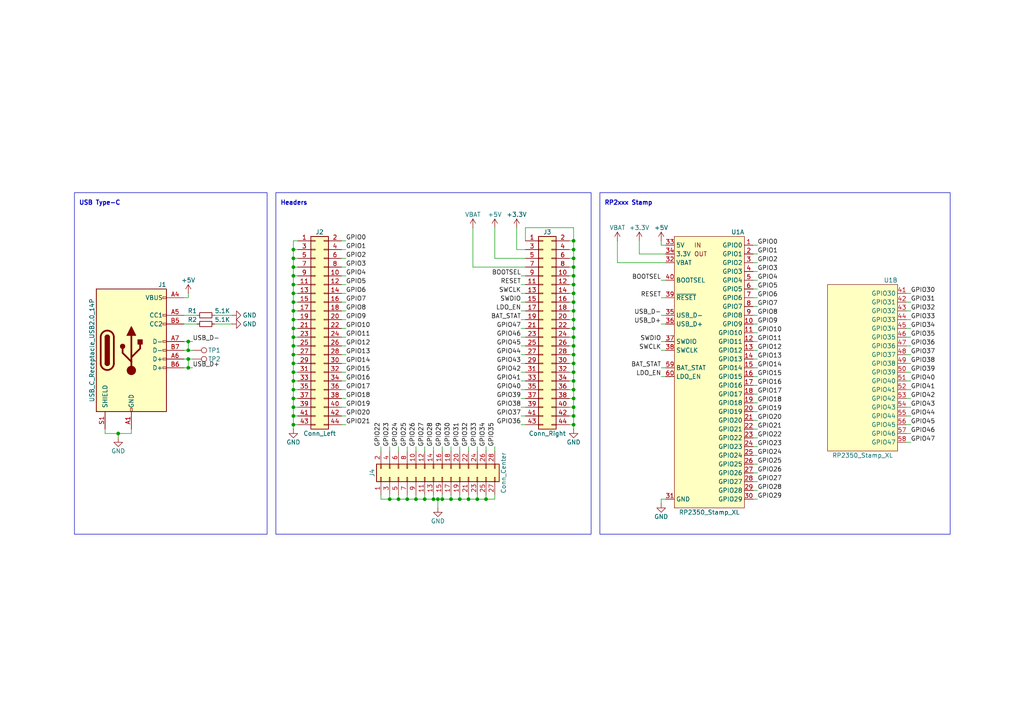
<source format=kicad_sch>
(kicad_sch (version 20231120) (generator "eeschema") (generator_version "8.0")
  (paper "A4")
  (title_block (rev "1"))
  (lib_symbols
    (symbol "Connector:TestPoint" (pin_numbers hide) (pin_names (offset 0.762) hide)
      (property "Reference" "TP" (at 0 6.858 0))
      (property "Value" "TestPoint" (at 0 5.08 0))
      (symbol "TestPoint_0_1"
        (circle (center 0 3.302) (radius 0.762))
      )
      (symbol "TestPoint_1_1"
        (pin passive line (at 0 0 90) (length 2.54) (name "1") (number "1"))
      )
    )
    (symbol "Connector:USB_C_Receptacle_USB2.0_14P" (pin_names (offset 1.016))
      (property "Reference" "J" (at 0 22.225 0))
      (property "Value" "USB_C_Receptacle_USB2.0_14P" (at 0 19.685 0))
      (symbol "USB_C_Receptacle_USB2.0_14P_0_0"
        (rectangle (start -0.254 -17.78) (end 0.254 -16.764))
        (rectangle (start 10.16 -4.826) (end 9.144 -5.334))
        (rectangle (start 10.16 -2.286) (end 9.144 -2.794))
        (rectangle (start 10.16 0.254) (end 9.144 -0.254))
        (rectangle (start 10.16 2.794) (end 9.144 2.286))
        (rectangle (start 10.16 7.874) (end 9.144 7.366))
        (rectangle (start 10.16 10.414) (end 9.144 9.906))
        (rectangle (start 10.16 15.494) (end 9.144 14.986))
      )
      (symbol "USB_C_Receptacle_USB2.0_14P_0_1"
        (rectangle (start -10.16 17.78) (end 10.16 -17.78) (stroke (width 0.254)) (fill (type background)))
        (arc (start -8.89 -3.81) (mid -6.985 -5.7067) (end -5.08 -3.81) (stroke (width 0.508)))
        (arc (start -7.62 -3.81) (mid -6.985 -4.4423) (end -6.35 -3.81) (stroke (width 0.254)))
        (arc (start -7.62 -3.81) (mid -6.985 -4.4423) (end -6.35 -3.81) (stroke (width 0.254)) (fill (type outline)))
        (rectangle (start -7.62 -3.81) (end -6.35 3.81) (stroke (width 0.254)) (fill (type outline)))
        (arc (start -6.35 3.81) (mid -6.985 4.4423) (end -7.62 3.81) (stroke (width 0.254)))
        (arc (start -6.35 3.81) (mid -6.985 4.4423) (end -7.62 3.81) (stroke (width 0.254)) (fill (type outline)))
        (arc (start -5.08 3.81) (mid -6.985 5.7067) (end -8.89 3.81) (stroke (width 0.508)))
        (circle (center -2.54 1.143) (radius 0.635) (stroke (width 0.254)) (fill (type outline)))
        (circle (center 0 -5.842) (radius 1.27) (fill (type outline)))
        (polyline (pts (xy -8.89 -3.81) (xy -8.89 3.81)) (stroke (width 0.508)))
        (polyline (pts (xy -5.08 3.81) (xy -5.08 -3.81)) (stroke (width 0.508)))
        (polyline (pts (xy 0 -5.842) (xy 0 4.318)) (stroke (width 0.508)))
        (polyline (pts (xy 0 -3.302) (xy -2.54 -0.762) (xy -2.54 0.508)) (stroke (width 0.508)))
        (polyline (pts (xy 0 -2.032) (xy 2.54 0.508) (xy 2.54 1.778)) (stroke (width 0.508)))
        (polyline (pts (xy -1.27 4.318) (xy 0 6.858) (xy 1.27 4.318) (xy -1.27 4.318)) (stroke (width 0.254)) (fill (type outline)))
        (rectangle (start 1.905 1.778) (end 3.175 3.048) (stroke (width 0.254)) (fill (type outline)))
      )
      (symbol "USB_C_Receptacle_USB2.0_14P_1_1"
        (pin passive line (at 0 -22.86 90) (length 5.08) (name "GND") (number "A1"))
        (pin passive line (at 0 -22.86 90) (length 5.08) hide (name "GND") (number "A12"))
        (pin passive line (at 15.24 15.24 180) (length 5.08) (name "VBUS") (number "A4"))
        (pin bidirectional line (at 15.24 10.16 180) (length 5.08) (name "CC1") (number "A5"))
        (pin bidirectional line (at 15.24 -2.54 180) (length 5.08) (name "D+") (number "A6"))
        (pin bidirectional line (at 15.24 2.54 180) (length 5.08) (name "D-") (number "A7"))
        (pin passive line (at 15.24 15.24 180) (length 5.08) hide (name "VBUS") (number "A9"))
        (pin passive line (at 0 -22.86 90) (length 5.08) hide (name "GND") (number "B1"))
        (pin passive line (at 0 -22.86 90) (length 5.08) hide (name "GND") (number "B12"))
        (pin passive line (at 15.24 15.24 180) (length 5.08) hide (name "VBUS") (number "B4"))
        (pin bidirectional line (at 15.24 7.62 180) (length 5.08) (name "CC2") (number "B5"))
        (pin bidirectional line (at 15.24 -5.08 180) (length 5.08) (name "D+") (number "B6"))
        (pin bidirectional line (at 15.24 0 180) (length 5.08) (name "D-") (number "B7"))
        (pin passive line (at 15.24 15.24 180) (length 5.08) hide (name "VBUS") (number "B9"))
        (pin passive line (at -7.62 -22.86 90) (length 5.08) (name "SHIELD") (number "S1"))
      )
    )
    (symbol "Connector_Generic:Conn_02x14_Odd_Even" (pin_names (offset 1.016) hide)
      (property "Reference" "J" (at 1.27 17.78 0))
      (property "Value" "Conn_02x14_Odd_Even" (at 1.27 -20.32 0))
      (symbol "Conn_02x14_Odd_Even_1_1"
        (rectangle (start -1.27 -17.653) (end 0 -17.907) (stroke (width 0.1524)))
        (rectangle (start -1.27 -15.113) (end 0 -15.367) (stroke (width 0.1524)))
        (rectangle (start -1.27 -12.573) (end 0 -12.827) (stroke (width 0.1524)))
        (rectangle (start -1.27 -10.033) (end 0 -10.287) (stroke (width 0.1524)))
        (rectangle (start -1.27 -7.493) (end 0 -7.747) (stroke (width 0.1524)))
        (rectangle (start -1.27 -4.953) (end 0 -5.207) (stroke (width 0.1524)))
        (rectangle (start -1.27 -2.413) (end 0 -2.667) (stroke (width 0.1524)))
        (rectangle (start -1.27 0.127) (end 0 -0.127) (stroke (width 0.1524)))
        (rectangle (start -1.27 2.667) (end 0 2.413) (stroke (width 0.1524)))
        (rectangle (start -1.27 5.207) (end 0 4.953) (stroke (width 0.1524)))
        (rectangle (start -1.27 7.747) (end 0 7.493) (stroke (width 0.1524)))
        (rectangle (start -1.27 10.287) (end 0 10.033) (stroke (width 0.1524)))
        (rectangle (start -1.27 12.827) (end 0 12.573) (stroke (width 0.1524)))
        (rectangle (start -1.27 15.367) (end 0 15.113) (stroke (width 0.1524)))
        (rectangle (start -1.27 16.51) (end 3.81 -19.05) (stroke (width 0.254)) (fill (type background)))
        (rectangle (start 3.81 -17.653) (end 2.54 -17.907) (stroke (width 0.1524)))
        (rectangle (start 3.81 -15.113) (end 2.54 -15.367) (stroke (width 0.1524)))
        (rectangle (start 3.81 -12.573) (end 2.54 -12.827) (stroke (width 0.1524)))
        (rectangle (start 3.81 -10.033) (end 2.54 -10.287) (stroke (width 0.1524)))
        (rectangle (start 3.81 -7.493) (end 2.54 -7.747) (stroke (width 0.1524)))
        (rectangle (start 3.81 -4.953) (end 2.54 -5.207) (stroke (width 0.1524)))
        (rectangle (start 3.81 -2.413) (end 2.54 -2.667) (stroke (width 0.1524)))
        (rectangle (start 3.81 0.127) (end 2.54 -0.127) (stroke (width 0.1524)))
        (rectangle (start 3.81 2.667) (end 2.54 2.413) (stroke (width 0.1524)))
        (rectangle (start 3.81 5.207) (end 2.54 4.953) (stroke (width 0.1524)))
        (rectangle (start 3.81 7.747) (end 2.54 7.493) (stroke (width 0.1524)))
        (rectangle (start 3.81 10.287) (end 2.54 10.033) (stroke (width 0.1524)))
        (rectangle (start 3.81 12.827) (end 2.54 12.573) (stroke (width 0.1524)))
        (rectangle (start 3.81 15.367) (end 2.54 15.113) (stroke (width 0.1524)))
        (pin passive line (at -5.08 15.24 0) (length 3.81) (name "Pin_1") (number "1"))
        (pin passive line (at 7.62 5.08 180) (length 3.81) (name "Pin_10") (number "10"))
        (pin passive line (at -5.08 2.54 0) (length 3.81) (name "Pin_11") (number "11"))
        (pin passive line (at 7.62 2.54 180) (length 3.81) (name "Pin_12") (number "12"))
        (pin passive line (at -5.08 0 0) (length 3.81) (name "Pin_13") (number "13"))
        (pin passive line (at 7.62 0 180) (length 3.81) (name "Pin_14") (number "14"))
        (pin passive line (at -5.08 -2.54 0) (length 3.81) (name "Pin_15") (number "15"))
        (pin passive line (at 7.62 -2.54 180) (length 3.81) (name "Pin_16") (number "16"))
        (pin passive line (at -5.08 -5.08 0) (length 3.81) (name "Pin_17") (number "17"))
        (pin passive line (at 7.62 -5.08 180) (length 3.81) (name "Pin_18") (number "18"))
        (pin passive line (at -5.08 -7.62 0) (length 3.81) (name "Pin_19") (number "19"))
        (pin passive line (at 7.62 15.24 180) (length 3.81) (name "Pin_2") (number "2"))
        (pin passive line (at 7.62 -7.62 180) (length 3.81) (name "Pin_20") (number "20"))
        (pin passive line (at -5.08 -10.16 0) (length 3.81) (name "Pin_21") (number "21"))
        (pin passive line (at 7.62 -10.16 180) (length 3.81) (name "Pin_22") (number "22"))
        (pin passive line (at -5.08 -12.7 0) (length 3.81) (name "Pin_23") (number "23"))
        (pin passive line (at 7.62 -12.7 180) (length 3.81) (name "Pin_24") (number "24"))
        (pin passive line (at -5.08 -15.24 0) (length 3.81) (name "Pin_25") (number "25"))
        (pin passive line (at 7.62 -15.24 180) (length 3.81) (name "Pin_26") (number "26"))
        (pin passive line (at -5.08 -17.78 0) (length 3.81) (name "Pin_27") (number "27"))
        (pin passive line (at 7.62 -17.78 180) (length 3.81) (name "Pin_28") (number "28"))
        (pin passive line (at -5.08 12.7 0) (length 3.81) (name "Pin_3") (number "3"))
        (pin passive line (at 7.62 12.7 180) (length 3.81) (name "Pin_4") (number "4"))
        (pin passive line (at -5.08 10.16 0) (length 3.81) (name "Pin_5") (number "5"))
        (pin passive line (at 7.62 10.16 180) (length 3.81) (name "Pin_6") (number "6"))
        (pin passive line (at -5.08 7.62 0) (length 3.81) (name "Pin_7") (number "7"))
        (pin passive line (at 7.62 7.62 180) (length 3.81) (name "Pin_8") (number "8"))
        (pin passive line (at -5.08 5.08 0) (length 3.81) (name "Pin_9") (number "9"))
      )
    )
    (symbol "Connector_Generic:Conn_02x22_Odd_Even" (pin_names (offset 1.016) hide)
      (property "Reference" "J" (at 1.27 27.94 0))
      (property "Value" "Conn_02x22_Odd_Even" (at 1.27 -30.48 0))
      (symbol "Conn_02x22_Odd_Even_1_1"
        (rectangle (start -1.27 -27.813) (end 0 -28.067) (stroke (width 0.1524)))
        (rectangle (start -1.27 -25.273) (end 0 -25.527) (stroke (width 0.1524)))
        (rectangle (start -1.27 -22.733) (end 0 -22.987) (stroke (width 0.1524)))
        (rectangle (start -1.27 -20.193) (end 0 -20.447) (stroke (width 0.1524)))
        (rectangle (start -1.27 -17.653) (end 0 -17.907) (stroke (width 0.1524)))
        (rectangle (start -1.27 -15.113) (end 0 -15.367) (stroke (width 0.1524)))
        (rectangle (start -1.27 -12.573) (end 0 -12.827) (stroke (width 0.1524)))
        (rectangle (start -1.27 -10.033) (end 0 -10.287) (stroke (width 0.1524)))
        (rectangle (start -1.27 -7.493) (end 0 -7.747) (stroke (width 0.1524)))
        (rectangle (start -1.27 -4.953) (end 0 -5.207) (stroke (width 0.1524)))
        (rectangle (start -1.27 -2.413) (end 0 -2.667) (stroke (width 0.1524)))
        (rectangle (start -1.27 0.127) (end 0 -0.127) (stroke (width 0.1524)))
        (rectangle (start -1.27 2.667) (end 0 2.413) (stroke (width 0.1524)))
        (rectangle (start -1.27 5.207) (end 0 4.953) (stroke (width 0.1524)))
        (rectangle (start -1.27 7.747) (end 0 7.493) (stroke (width 0.1524)))
        (rectangle (start -1.27 10.287) (end 0 10.033) (stroke (width 0.1524)))
        (rectangle (start -1.27 12.827) (end 0 12.573) (stroke (width 0.1524)))
        (rectangle (start -1.27 15.367) (end 0 15.113) (stroke (width 0.1524)))
        (rectangle (start -1.27 17.907) (end 0 17.653) (stroke (width 0.1524)))
        (rectangle (start -1.27 20.447) (end 0 20.193) (stroke (width 0.1524)))
        (rectangle (start -1.27 22.987) (end 0 22.733) (stroke (width 0.1524)))
        (rectangle (start -1.27 25.527) (end 0 25.273) (stroke (width 0.1524)))
        (rectangle (start -1.27 26.67) (end 3.81 -29.21) (stroke (width 0.254)) (fill (type background)))
        (rectangle (start 3.81 -27.813) (end 2.54 -28.067) (stroke (width 0.1524)))
        (rectangle (start 3.81 -25.273) (end 2.54 -25.527) (stroke (width 0.1524)))
        (rectangle (start 3.81 -22.733) (end 2.54 -22.987) (stroke (width 0.1524)))
        (rectangle (start 3.81 -20.193) (end 2.54 -20.447) (stroke (width 0.1524)))
        (rectangle (start 3.81 -17.653) (end 2.54 -17.907) (stroke (width 0.1524)))
        (rectangle (start 3.81 -15.113) (end 2.54 -15.367) (stroke (width 0.1524)))
        (rectangle (start 3.81 -12.573) (end 2.54 -12.827) (stroke (width 0.1524)))
        (rectangle (start 3.81 -10.033) (end 2.54 -10.287) (stroke (width 0.1524)))
        (rectangle (start 3.81 -7.493) (end 2.54 -7.747) (stroke (width 0.1524)))
        (rectangle (start 3.81 -4.953) (end 2.54 -5.207) (stroke (width 0.1524)))
        (rectangle (start 3.81 -2.413) (end 2.54 -2.667) (stroke (width 0.1524)))
        (rectangle (start 3.81 0.127) (end 2.54 -0.127) (stroke (width 0.1524)))
        (rectangle (start 3.81 2.667) (end 2.54 2.413) (stroke (width 0.1524)))
        (rectangle (start 3.81 5.207) (end 2.54 4.953) (stroke (width 0.1524)))
        (rectangle (start 3.81 7.747) (end 2.54 7.493) (stroke (width 0.1524)))
        (rectangle (start 3.81 10.287) (end 2.54 10.033) (stroke (width 0.1524)))
        (rectangle (start 3.81 12.827) (end 2.54 12.573) (stroke (width 0.1524)))
        (rectangle (start 3.81 15.367) (end 2.54 15.113) (stroke (width 0.1524)))
        (rectangle (start 3.81 17.907) (end 2.54 17.653) (stroke (width 0.1524)))
        (rectangle (start 3.81 20.447) (end 2.54 20.193) (stroke (width 0.1524)))
        (rectangle (start 3.81 22.987) (end 2.54 22.733) (stroke (width 0.1524)))
        (rectangle (start 3.81 25.527) (end 2.54 25.273) (stroke (width 0.1524)))
        (pin passive line (at -5.08 25.4 0) (length 3.81) (name "Pin_1") (number "1"))
        (pin passive line (at 7.62 15.24 180) (length 3.81) (name "Pin_10") (number "10"))
        (pin passive line (at -5.08 12.7 0) (length 3.81) (name "Pin_11") (number "11"))
        (pin passive line (at 7.62 12.7 180) (length 3.81) (name "Pin_12") (number "12"))
        (pin passive line (at -5.08 10.16 0) (length 3.81) (name "Pin_13") (number "13"))
        (pin passive line (at 7.62 10.16 180) (length 3.81) (name "Pin_14") (number "14"))
        (pin passive line (at -5.08 7.62 0) (length 3.81) (name "Pin_15") (number "15"))
        (pin passive line (at 7.62 7.62 180) (length 3.81) (name "Pin_16") (number "16"))
        (pin passive line (at -5.08 5.08 0) (length 3.81) (name "Pin_17") (number "17"))
        (pin passive line (at 7.62 5.08 180) (length 3.81) (name "Pin_18") (number "18"))
        (pin passive line (at -5.08 2.54 0) (length 3.81) (name "Pin_19") (number "19"))
        (pin passive line (at 7.62 25.4 180) (length 3.81) (name "Pin_2") (number "2"))
        (pin passive line (at 7.62 2.54 180) (length 3.81) (name "Pin_20") (number "20"))
        (pin passive line (at -5.08 0 0) (length 3.81) (name "Pin_21") (number "21"))
        (pin passive line (at 7.62 0 180) (length 3.81) (name "Pin_22") (number "22"))
        (pin passive line (at -5.08 -2.54 0) (length 3.81) (name "Pin_23") (number "23"))
        (pin passive line (at 7.62 -2.54 180) (length 3.81) (name "Pin_24") (number "24"))
        (pin passive line (at -5.08 -5.08 0) (length 3.81) (name "Pin_25") (number "25"))
        (pin passive line (at 7.62 -5.08 180) (length 3.81) (name "Pin_26") (number "26"))
        (pin passive line (at -5.08 -7.62 0) (length 3.81) (name "Pin_27") (number "27"))
        (pin passive line (at 7.62 -7.62 180) (length 3.81) (name "Pin_28") (number "28"))
        (pin passive line (at -5.08 -10.16 0) (length 3.81) (name "Pin_29") (number "29"))
        (pin passive line (at -5.08 22.86 0) (length 3.81) (name "Pin_3") (number "3"))
        (pin passive line (at 7.62 -10.16 180) (length 3.81) (name "Pin_30") (number "30"))
        (pin passive line (at -5.08 -12.7 0) (length 3.81) (name "Pin_31") (number "31"))
        (pin passive line (at 7.62 -12.7 180) (length 3.81) (name "Pin_32") (number "32"))
        (pin passive line (at -5.08 -15.24 0) (length 3.81) (name "Pin_33") (number "33"))
        (pin passive line (at 7.62 -15.24 180) (length 3.81) (name "Pin_34") (number "34"))
        (pin passive line (at -5.08 -17.78 0) (length 3.81) (name "Pin_35") (number "35"))
        (pin passive line (at 7.62 -17.78 180) (length 3.81) (name "Pin_36") (number "36"))
        (pin passive line (at -5.08 -20.32 0) (length 3.81) (name "Pin_37") (number "37"))
        (pin passive line (at 7.62 -20.32 180) (length 3.81) (name "Pin_38") (number "38"))
        (pin passive line (at -5.08 -22.86 0) (length 3.81) (name "Pin_39") (number "39"))
        (pin passive line (at 7.62 22.86 180) (length 3.81) (name "Pin_4") (number "4"))
        (pin passive line (at 7.62 -22.86 180) (length 3.81) (name "Pin_40") (number "40"))
        (pin passive line (at -5.08 -25.4 0) (length 3.81) (name "Pin_41") (number "41"))
        (pin passive line (at 7.62 -25.4 180) (length 3.81) (name "Pin_42") (number "42"))
        (pin passive line (at -5.08 -27.94 0) (length 3.81) (name "Pin_43") (number "43"))
        (pin passive line (at 7.62 -27.94 180) (length 3.81) (name "Pin_44") (number "44"))
        (pin passive line (at -5.08 20.32 0) (length 3.81) (name "Pin_5") (number "5"))
        (pin passive line (at 7.62 20.32 180) (length 3.81) (name "Pin_6") (number "6"))
        (pin passive line (at -5.08 17.78 0) (length 3.81) (name "Pin_7") (number "7"))
        (pin passive line (at 7.62 17.78 180) (length 3.81) (name "Pin_8") (number "8"))
        (pin passive line (at -5.08 15.24 0) (length 3.81) (name "Pin_9") (number "9"))
      )
    )
    (symbol "Device:R_Small" (pin_numbers hide) (pin_names (offset 0.254) hide)
      (property "Reference" "R" (at 0.762 0.508 0))
      (property "Value" "R_Small" (at 0.762 -1.016 0))
      (symbol "R_Small_0_1"
        (rectangle (start -0.762 1.778) (end 0.762 -1.778) (stroke (width 0.2032)))
      )
      (symbol "R_Small_1_1"
        (pin passive line (at 0 2.54 270) (length 0.762) (name "~") (number "1"))
        (pin passive line (at 0 -2.54 90) (length 0.762) (name "~") (number "2"))
      )
    )
    (symbol "RP2xxx_Stamp:RP2350_Stamp_XL"
      (property "Reference" "U" (at 10.16 43.18 0))
      (property "Value" "RP2350_Stamp_XL" (at 0 -38.1 0))
      (symbol "RP2350_Stamp_XL_1_0"
        (text "IN" (at -4.445 39.37 0) (effects (font (size 1.27 1.27)) (justify left)))
        (text "OUT" (at -4.445 36.83 0) (effects (font (size 1.27 1.27)) (justify left)))
        (pin bidirectional line (at 12.7 39.37 180) (length 2.54) (name "GPIO0") (number "1"))
        (pin bidirectional line (at 12.7 16.51 180) (length 2.54) (name "GPIO9") (number "10"))
        (pin bidirectional line (at 12.7 13.97 180) (length 2.54) (name "GPIO10") (number "11"))
        (pin bidirectional line (at 12.7 11.43 180) (length 2.54) (name "GPIO11") (number "12"))
        (pin bidirectional line (at 12.7 8.89 180) (length 2.54) (name "GPIO12") (number "13"))
        (pin bidirectional line (at 12.7 6.35 180) (length 2.54) (name "GPIO13") (number "14"))
        (pin bidirectional line (at 12.7 3.81 180) (length 2.54) (name "GPIO14") (number "15"))
        (pin bidirectional line (at 12.7 1.27 180) (length 2.54) (name "GPIO15") (number "16"))
        (pin bidirectional line (at 12.7 -1.27 180) (length 2.54) (name "GPIO16") (number "17"))
        (pin bidirectional line (at 12.7 -3.81 180) (length 2.54) (name "GPIO17") (number "18"))
        (pin bidirectional line (at 12.7 -6.35 180) (length 2.54) (name "GPIO18") (number "19"))
        (pin bidirectional line (at 12.7 36.83 180) (length 2.54) (name "GPIO1") (number "2"))
        (pin bidirectional line (at 12.7 -8.89 180) (length 2.54) (name "GPIO19") (number "20"))
        (pin bidirectional line (at 12.7 -11.43 180) (length 2.54) (name "GPIO20") (number "21"))
        (pin bidirectional line (at 12.7 -13.97 180) (length 2.54) (name "GPIO21") (number "22"))
        (pin bidirectional line (at 12.7 -16.51 180) (length 2.54) (name "GPIO22") (number "23"))
        (pin bidirectional line (at 12.7 -19.05 180) (length 2.54) (name "GPIO23") (number "24"))
        (pin bidirectional line (at 12.7 -21.59 180) (length 2.54) (name "GPIO24") (number "25"))
        (pin bidirectional line (at 12.7 -24.13 180) (length 2.54) (name "GPIO25") (number "26"))
        (pin bidirectional line (at 12.7 -26.67 180) (length 2.54) (name "GPIO26") (number "27"))
        (pin bidirectional line (at 12.7 -29.21 180) (length 2.54) (name "GPIO27") (number "28"))
        (pin bidirectional line (at 12.7 -31.75 180) (length 2.54) (name "GPIO28") (number "29"))
        (pin bidirectional line (at 12.7 34.29 180) (length 2.54) (name "GPIO2") (number "3"))
        (pin bidirectional line (at 12.7 -34.29 180) (length 2.54) (name "GPIO29") (number "30"))
        (pin power_in line (at -12.7 -34.29 0) (length 2.54) (name "GND") (number "31"))
        (pin power_in line (at -12.7 34.29 0) (length 2.54) (name "VBAT") (number "32"))
        (pin power_in line (at -12.7 39.37 0) (length 2.54) (name "5V") (number "33"))
        (pin power_out line (at -12.7 36.83 0) (length 2.54) (name "3.3V") (number "34"))
        (pin bidirectional line (at -12.7 19.05 0) (length 2.54) (name "USB_D-") (number "35"))
        (pin bidirectional line (at -12.7 16.51 0) (length 2.54) (name "USB_D+") (number "36"))
        (pin bidirectional line (at -12.7 11.43 0) (length 2.54) (name "SWDIO") (number "37"))
        (pin input line (at -12.7 8.89 0) (length 2.54) (name "SWCLK") (number "38"))
        (pin bidirectional line (at -12.7 24.13 0) (length 2.54) (name "~{RESET}") (number "39"))
        (pin bidirectional line (at 12.7 31.75 180) (length 2.54) (name "GPIO3") (number "4"))
        (pin input line (at -12.7 29.21 0) (length 2.54) (name "BOOTSEL") (number "40"))
        (pin bidirectional line (at 12.7 29.21 180) (length 2.54) (name "GPIO4") (number "5"))
        (pin output line (at -12.7 3.81 0) (length 2.54) (name "BAT_STAT") (number "59"))
        (pin bidirectional line (at 12.7 26.67 180) (length 2.54) (name "GPIO5") (number "6"))
        (pin input line (at -12.7 1.27 0) (length 2.54) (name "LDO_EN") (number "60"))
        (pin bidirectional line (at 12.7 24.13 180) (length 2.54) (name "GPIO6") (number "7"))
        (pin bidirectional line (at 12.7 21.59 180) (length 2.54) (name "GPIO7") (number "8"))
        (pin bidirectional line (at 12.7 19.05 180) (length 2.54) (name "GPIO8") (number "9"))
      )
      (symbol "RP2350_Stamp_XL_1_1"
        (rectangle (start -10.16 41.91) (end 10.16 -36.83) (stroke (width 0.1524)) (fill (type background)))
      )
      (symbol "RP2350_Stamp_XL_2_0"
        (pin bidirectional line (at 12.7 24.13 180) (length 2.54) (name "GPIO30") (number "41"))
        (pin bidirectional line (at 12.7 21.59 180) (length 2.54) (name "GPIO31") (number "42"))
        (pin bidirectional line (at 12.7 19.05 180) (length 2.54) (name "GPIO32") (number "43"))
        (pin bidirectional line (at 12.7 16.51 180) (length 2.54) (name "GPIO33") (number "44"))
        (pin bidirectional line (at 12.7 13.97 180) (length 2.54) (name "GPIO34") (number "45"))
        (pin bidirectional line (at 12.7 11.43 180) (length 2.54) (name "GPIO35") (number "46"))
        (pin bidirectional line (at 12.7 8.89 180) (length 2.54) (name "GPIO36") (number "47"))
        (pin bidirectional line (at 12.7 6.35 180) (length 2.54) (name "GPIO37") (number "48"))
        (pin bidirectional line (at 12.7 3.81 180) (length 2.54) (name "GPIO38") (number "49"))
        (pin bidirectional line (at 12.7 1.27 180) (length 2.54) (name "GPIO39") (number "50"))
        (pin bidirectional line (at 12.7 -1.27 180) (length 2.54) (name "GPIO40") (number "51"))
        (pin bidirectional line (at 12.7 -3.81 180) (length 2.54) (name "GPIO41") (number "52"))
        (pin bidirectional line (at 12.7 -6.35 180) (length 2.54) (name "GPIO42") (number "53"))
        (pin bidirectional line (at 12.7 -8.89 180) (length 2.54) (name "GPIO43") (number "54"))
        (pin bidirectional line (at 12.7 -11.43 180) (length 2.54) (name "GPIO44") (number "55"))
        (pin bidirectional line (at 12.7 -13.97 180) (length 2.54) (name "GPIO45") (number "56"))
        (pin bidirectional line (at 12.7 -16.51 180) (length 2.54) (name "GPIO46") (number "57"))
        (pin bidirectional line (at 12.7 -19.05 180) (length 2.54) (name "GPIO47") (number "58"))
      )
      (symbol "RP2350_Stamp_XL_2_1"
        (rectangle (start -10.16 26.67) (end 10.16 -21.59) (stroke (width 0.1524)) (fill (type background)))
      )
    )
    (symbol "power:+3.3V" (power) (pin_numbers hide) (pin_names (offset 0) hide)
      (property "Value" "+3.3V" (at 0 3.556 0))
      (symbol "+3.3V_0_1"
        (polyline (pts (xy -0.762 1.27) (xy 0 2.54)))
        (polyline (pts (xy 0 0) (xy 0 2.54)))
        (polyline (pts (xy 0 2.54) (xy 0.762 1.27)))
      )
      (symbol "+3.3V_1_1"
        (pin power_in line (at 0 0 90) (length 0) (name "~") (number "1"))
      )
    )
    (symbol "power:+5V" (power) (pin_numbers hide) (pin_names (offset 0) hide)
      (property "Value" "+5V" (at 0 3.556 0))
      (symbol "+5V_0_1"
        (polyline (pts (xy -0.762 1.27) (xy 0 2.54)))
        (polyline (pts (xy 0 0) (xy 0 2.54)))
        (polyline (pts (xy 0 2.54) (xy 0.762 1.27)))
      )
      (symbol "+5V_1_1"
        (pin power_in line (at 0 0 90) (length 0) (name "~") (number "1"))
      )
    )
    (symbol "power:+BATT" (power) (pin_numbers hide) (pin_names (offset 0) hide)
      (property "Value" "+BATT" (at 0 3.556 0))
      (symbol "+BATT_0_1"
        (polyline (pts (xy -0.762 1.27) (xy 0 2.54)))
        (polyline (pts (xy 0 0) (xy 0 2.54)))
        (polyline (pts (xy 0 2.54) (xy 0.762 1.27)))
      )
      (symbol "+BATT_1_1"
        (pin power_in line (at 0 0 90) (length 0) (name "~") (number "1"))
      )
    )
    (symbol "power:GND" (power) (pin_numbers hide) (pin_names (offset 0) hide)
      (property "Value" "GND" (at 0 -3.81 0))
      (symbol "GND_0_1"
        (polyline (pts (xy 0 0) (xy 0 -1.27) (xy 1.27 -1.27) (xy 0 -2.54) (xy -1.27 -1.27) (xy 0 -1.27)))
      )
      (symbol "GND_1_1"
        (pin power_in line (at 0 0 270) (length 0) (name "~") (number "1"))
      )
    )
  )
  (junction (at 138.43 144.78))
  (junction (at 85.09 72.39))
  (junction (at 166.37 72.39))
  (junction (at 85.09 90.17))
  (junction (at 85.09 80.01))
  (junction (at 85.09 102.87))
  (junction (at 54.61 104.14))
  (junction (at 166.37 120.65))
  (junction (at 125.73 144.78))
  (junction (at 85.09 97.79))
  (junction (at 166.37 74.93))
  (junction (at 166.37 82.55))
  (junction (at 166.37 105.41))
  (junction (at 166.37 95.25))
  (junction (at 135.89 144.78))
  (junction (at 130.81 144.78))
  (junction (at 54.61 99.06))
  (junction (at 85.09 113.03))
  (junction (at 120.65 144.78))
  (junction (at 34.29 125.73))
  (junction (at 166.37 102.87))
  (junction (at 85.09 105.41))
  (junction (at 166.37 90.17))
  (junction (at 166.37 123.19))
  (junction (at 118.11 144.78))
  (junction (at 113.03 144.78))
  (junction (at 166.37 100.33))
  (junction (at 123.19 144.78))
  (junction (at 140.97 144.78))
  (junction (at 85.09 74.93))
  (junction (at 85.09 120.65))
  (junction (at 166.37 80.01))
  (junction (at 166.37 113.03))
  (junction (at 85.09 110.49))
  (junction (at 85.09 107.95))
  (junction (at 85.09 92.71))
  (junction (at 166.37 92.71))
  (junction (at 85.09 95.25))
  (junction (at 133.35 144.78))
  (junction (at 85.09 100.33))
  (junction (at 166.37 87.63))
  (junction (at 85.09 87.63))
  (junction (at 127 144.78))
  (junction (at 54.61 106.68))
  (junction (at 166.37 77.47))
  (junction (at 166.37 97.79))
  (junction (at 166.37 110.49))
  (junction (at 166.37 69.85))
  (junction (at 85.09 115.57))
  (junction (at 166.37 85.09))
  (junction (at 166.37 118.11))
  (junction (at 128.27 144.78))
  (junction (at 166.37 115.57))
  (junction (at 85.09 77.47))
  (junction (at 166.37 107.95))
  (junction (at 85.09 85.09))
  (junction (at 115.57 144.78))
  (junction (at 85.09 118.11))
  (junction (at 85.09 82.55))
  (junction (at 54.61 101.6))
  (junction (at 85.09 123.19))
  (wire (pts (xy 218.44 129.54) (xy 219.71 129.54)))
  (wire (pts (xy 99.06 105.41) (xy 100.33 105.41)))
  (wire (pts (xy 143.51 144.78) (xy 143.51 143.51)))
  (wire (pts (xy 262.89 123.19) (xy 264.16 123.19)))
  (wire (pts (xy 165.1 123.19) (xy 166.37 123.19)))
  (wire (pts (xy 85.09 105.41) (xy 86.36 105.41)))
  (wire (pts (xy 262.89 107.95) (xy 264.16 107.95)))
  (wire (pts (xy 123.19 143.51) (xy 123.19 144.78)))
  (wire (pts (xy 53.34 106.68) (xy 54.61 106.68)))
  (wire (pts (xy 85.09 90.17) (xy 85.09 92.71)))
  (wire (pts (xy 218.44 116.84) (xy 219.71 116.84)))
  (wire (pts (xy 85.09 113.03) (xy 85.09 115.57)))
  (wire (pts (xy 54.61 104.14) (xy 55.88 104.14)))
  (wire (pts (xy 166.37 123.19) (xy 166.37 124.46)))
  (wire (pts (xy 85.09 110.49) (xy 86.36 110.49)))
  (wire (pts (xy 99.06 95.25) (xy 100.33 95.25)))
  (wire (pts (xy 193.04 73.66) (xy 185.42 73.66)))
  (wire (pts (xy 85.09 102.87) (xy 85.09 105.41)))
  (wire (pts (xy 165.1 90.17) (xy 166.37 90.17)))
  (wire (pts (xy 218.44 127) (xy 219.71 127)))
  (wire (pts (xy 191.77 91.44) (xy 193.04 91.44)))
  (wire (pts (xy 149.86 72.39) (xy 152.4 72.39)))
  (wire (pts (xy 110.49 143.51) (xy 110.49 144.78)))
  (wire (pts (xy 85.09 123.19) (xy 86.36 123.19)))
  (wire (pts (xy 166.37 66.04) (xy 166.37 69.85)))
  (wire (pts (xy 85.09 100.33) (xy 86.36 100.33)))
  (wire (pts (xy 218.44 137.16) (xy 219.71 137.16)))
  (wire (pts (xy 262.89 90.17) (xy 264.16 90.17)))
  (wire (pts (xy 85.09 120.65) (xy 86.36 120.65)))
  (wire (pts (xy 85.09 118.11) (xy 85.09 120.65)))
  (wire (pts (xy 110.49 129.54) (xy 110.49 130.81)))
  (wire (pts (xy 218.44 76.2) (xy 219.71 76.2)))
  (wire (pts (xy 218.44 106.68) (xy 219.71 106.68)))
  (wire (pts (xy 151.13 107.95) (xy 152.4 107.95)))
  (wire (pts (xy 151.13 120.65) (xy 152.4 120.65)))
  (wire (pts (xy 262.89 102.87) (xy 264.16 102.87)))
  (wire (pts (xy 152.4 66.04) (xy 166.37 66.04)))
  (wire (pts (xy 166.37 82.55) (xy 166.37 85.09)))
  (wire (pts (xy 85.09 107.95) (xy 86.36 107.95)))
  (wire (pts (xy 133.35 144.78) (xy 135.89 144.78)))
  (wire (pts (xy 262.89 115.57) (xy 264.16 115.57)))
  (wire (pts (xy 166.37 113.03) (xy 166.37 115.57)))
  (wire (pts (xy 140.97 143.51) (xy 140.97 144.78)))
  (wire (pts (xy 151.13 80.01) (xy 152.4 80.01)))
  (wire (pts (xy 135.89 143.51) (xy 135.89 144.78)))
  (wire (pts (xy 85.09 95.25) (xy 85.09 97.79)))
  (wire (pts (xy 262.89 87.63) (xy 264.16 87.63)))
  (wire (pts (xy 191.77 144.78) (xy 191.77 146.05)))
  (wire (pts (xy 53.34 99.06) (xy 54.61 99.06)))
  (wire (pts (xy 30.48 124.46) (xy 30.48 125.73)))
  (wire (pts (xy 166.37 97.79) (xy 166.37 100.33)))
  (wire (pts (xy 99.06 69.85) (xy 100.33 69.85)))
  (wire (pts (xy 262.89 120.65) (xy 264.16 120.65)))
  (wire (pts (xy 85.09 82.55) (xy 85.09 85.09)))
  (wire (pts (xy 85.09 118.11) (xy 86.36 118.11)))
  (wire (pts (xy 218.44 93.98) (xy 219.71 93.98)))
  (wire (pts (xy 262.89 105.41) (xy 264.16 105.41)))
  (wire (pts (xy 85.09 110.49) (xy 85.09 113.03)))
  (wire (pts (xy 166.37 118.11) (xy 166.37 120.65)))
  (wire (pts (xy 85.09 72.39) (xy 86.36 72.39)))
  (wire (pts (xy 218.44 86.36) (xy 219.71 86.36)))
  (wire (pts (xy 85.09 92.71) (xy 86.36 92.71)))
  (wire (pts (xy 218.44 96.52) (xy 219.71 96.52)))
  (wire (pts (xy 165.1 80.01) (xy 166.37 80.01)))
  (wire (pts (xy 120.65 129.54) (xy 120.65 130.81)))
  (wire (pts (xy 86.36 69.85) (xy 85.09 69.85)))
  (wire (pts (xy 218.44 134.62) (xy 219.71 134.62)))
  (wire (pts (xy 218.44 83.82) (xy 219.71 83.82)))
  (wire (pts (xy 99.06 107.95) (xy 100.33 107.95)))
  (wire (pts (xy 110.49 144.78) (xy 113.03 144.78)))
  (wire (pts (xy 143.51 74.93) (xy 152.4 74.93)))
  (wire (pts (xy 54.61 106.68) (xy 55.88 106.68)))
  (wire (pts (xy 151.13 110.49) (xy 152.4 110.49)))
  (wire (pts (xy 166.37 77.47) (xy 166.37 80.01)))
  (wire (pts (xy 166.37 87.63) (xy 166.37 90.17)))
  (wire (pts (xy 53.34 93.98) (xy 57.15 93.98)))
  (wire (pts (xy 191.77 69.85) (xy 191.77 71.12)))
  (wire (pts (xy 165.1 92.71) (xy 166.37 92.71)))
  (wire (pts (xy 165.1 97.79) (xy 166.37 97.79)))
  (wire (pts (xy 218.44 71.12) (xy 219.71 71.12)))
  (wire (pts (xy 185.42 69.85) (xy 185.42 73.66)))
  (wire (pts (xy 165.1 74.93) (xy 166.37 74.93)))
  (wire (pts (xy 118.11 143.51) (xy 118.11 144.78)))
  (wire (pts (xy 38.1 124.46) (xy 38.1 125.73)))
  (wire (pts (xy 137.16 77.47) (xy 152.4 77.47)))
  (wire (pts (xy 135.89 144.78) (xy 138.43 144.78)))
  (wire (pts (xy 218.44 119.38) (xy 219.71 119.38)))
  (wire (pts (xy 262.89 125.73) (xy 264.16 125.73)))
  (wire (pts (xy 165.1 107.95) (xy 166.37 107.95)))
  (wire (pts (xy 99.06 85.09) (xy 100.33 85.09)))
  (wire (pts (xy 85.09 115.57) (xy 85.09 118.11)))
  (wire (pts (xy 54.61 99.06) (xy 54.61 101.6)))
  (wire (pts (xy 113.03 129.54) (xy 113.03 130.81)))
  (wire (pts (xy 54.61 99.06) (xy 55.88 99.06)))
  (wire (pts (xy 85.09 77.47) (xy 85.09 80.01)))
  (wire (pts (xy 85.09 85.09) (xy 85.09 87.63)))
  (wire (pts (xy 191.77 106.68) (xy 193.04 106.68)))
  (wire (pts (xy 166.37 110.49) (xy 166.37 113.03)))
  (wire (pts (xy 151.13 123.19) (xy 152.4 123.19)))
  (wire (pts (xy 165.1 85.09) (xy 166.37 85.09)))
  (wire (pts (xy 54.61 106.68) (xy 54.61 104.14)))
  (wire (pts (xy 128.27 129.54) (xy 128.27 130.81)))
  (wire (pts (xy 165.1 77.47) (xy 166.37 77.47)))
  (wire (pts (xy 166.37 100.33) (xy 166.37 102.87)))
  (wire (pts (xy 138.43 143.51) (xy 138.43 144.78)))
  (wire (pts (xy 85.09 72.39) (xy 85.09 74.93)))
  (wire (pts (xy 135.89 129.54) (xy 135.89 130.81)))
  (wire (pts (xy 191.77 86.36) (xy 193.04 86.36)))
  (wire (pts (xy 115.57 129.54) (xy 115.57 130.81)))
  (wire (pts (xy 99.06 102.87) (xy 100.33 102.87)))
  (wire (pts (xy 130.81 144.78) (xy 133.35 144.78)))
  (wire (pts (xy 151.13 87.63) (xy 152.4 87.63)))
  (wire (pts (xy 193.04 144.78) (xy 191.77 144.78)))
  (wire (pts (xy 85.09 87.63) (xy 85.09 90.17)))
  (wire (pts (xy 218.44 139.7) (xy 219.71 139.7)))
  (wire (pts (xy 166.37 120.65) (xy 166.37 123.19)))
  (wire (pts (xy 218.44 73.66) (xy 219.71 73.66)))
  (wire (pts (xy 166.37 92.71) (xy 166.37 95.25)))
  (wire (pts (xy 166.37 95.25) (xy 166.37 97.79)))
  (wire (pts (xy 262.89 95.25) (xy 264.16 95.25)))
  (wire (pts (xy 85.09 95.25) (xy 86.36 95.25)))
  (wire (pts (xy 30.48 125.73) (xy 34.29 125.73)))
  (wire (pts (xy 218.44 114.3) (xy 219.71 114.3)))
  (wire (pts (xy 53.34 86.36) (xy 54.61 86.36)))
  (wire (pts (xy 115.57 144.78) (xy 118.11 144.78)))
  (wire (pts (xy 193.04 71.12) (xy 191.77 71.12)))
  (wire (pts (xy 151.13 95.25) (xy 152.4 95.25)))
  (wire (pts (xy 165.1 118.11) (xy 166.37 118.11)))
  (wire (pts (xy 218.44 121.92) (xy 219.71 121.92)))
  (wire (pts (xy 99.06 74.93) (xy 100.33 74.93)))
  (wire (pts (xy 166.37 90.17) (xy 166.37 92.71)))
  (wire (pts (xy 123.19 144.78) (xy 125.73 144.78)))
  (wire (pts (xy 113.03 143.51) (xy 113.03 144.78)))
  (wire (pts (xy 165.1 110.49) (xy 166.37 110.49)))
  (wire (pts (xy 133.35 143.51) (xy 133.35 144.78)))
  (wire (pts (xy 165.1 87.63) (xy 166.37 87.63)))
  (wire (pts (xy 151.13 85.09) (xy 152.4 85.09)))
  (wire (pts (xy 166.37 72.39) (xy 166.37 74.93)))
  (wire (pts (xy 85.09 80.01) (xy 85.09 82.55)))
  (wire (pts (xy 166.37 107.95) (xy 166.37 110.49)))
  (wire (pts (xy 218.44 132.08) (xy 219.71 132.08)))
  (wire (pts (xy 151.13 113.03) (xy 152.4 113.03)))
  (wire (pts (xy 151.13 115.57) (xy 152.4 115.57)))
  (wire (pts (xy 99.06 72.39) (xy 100.33 72.39)))
  (wire (pts (xy 99.06 120.65) (xy 100.33 120.65)))
  (wire (pts (xy 166.37 69.85) (xy 166.37 72.39)))
  (wire (pts (xy 85.09 74.93) (xy 85.09 77.47)))
  (wire (pts (xy 166.37 85.09) (xy 166.37 87.63)))
  (wire (pts (xy 123.19 129.54) (xy 123.19 130.81)))
  (wire (pts (xy 99.06 115.57) (xy 100.33 115.57)))
  (wire (pts (xy 262.89 92.71) (xy 264.16 92.71)))
  (wire (pts (xy 218.44 124.46) (xy 219.71 124.46)))
  (wire (pts (xy 151.13 100.33) (xy 152.4 100.33)))
  (wire (pts (xy 115.57 143.51) (xy 115.57 144.78)))
  (wire (pts (xy 85.09 105.41) (xy 85.09 107.95)))
  (wire (pts (xy 125.73 144.78) (xy 127 144.78)))
  (wire (pts (xy 218.44 142.24) (xy 219.71 142.24)))
  (wire (pts (xy 85.09 85.09) (xy 86.36 85.09)))
  (wire (pts (xy 99.06 77.47) (xy 100.33 77.47)))
  (wire (pts (xy 99.06 82.55) (xy 100.33 82.55)))
  (wire (pts (xy 53.34 91.44) (xy 57.15 91.44)))
  (wire (pts (xy 99.06 87.63) (xy 100.33 87.63)))
  (wire (pts (xy 165.1 105.41) (xy 166.37 105.41)))
  (wire (pts (xy 85.09 90.17) (xy 86.36 90.17)))
  (wire (pts (xy 85.09 87.63) (xy 86.36 87.63)))
  (wire (pts (xy 62.23 93.98) (xy 67.31 93.98)))
  (wire (pts (xy 99.06 113.03) (xy 100.33 113.03)))
  (wire (pts (xy 85.09 102.87) (xy 86.36 102.87)))
  (wire (pts (xy 128.27 144.78) (xy 130.81 144.78)))
  (wire (pts (xy 262.89 128.27) (xy 264.16 128.27)))
  (wire (pts (xy 165.1 115.57) (xy 166.37 115.57)))
  (wire (pts (xy 165.1 113.03) (xy 166.37 113.03)))
  (wire (pts (xy 165.1 120.65) (xy 166.37 120.65)))
  (wire (pts (xy 54.61 85.09) (xy 54.61 86.36)))
  (wire (pts (xy 166.37 102.87) (xy 166.37 105.41)))
  (wire (pts (xy 113.03 144.78) (xy 115.57 144.78)))
  (wire (pts (xy 137.16 66.04) (xy 137.16 77.47)))
  (wire (pts (xy 138.43 144.78) (xy 140.97 144.78)))
  (wire (pts (xy 127 144.78) (xy 128.27 144.78)))
  (wire (pts (xy 218.44 109.22) (xy 219.71 109.22)))
  (wire (pts (xy 118.11 129.54) (xy 118.11 130.81)))
  (wire (pts (xy 85.09 82.55) (xy 86.36 82.55)))
  (wire (pts (xy 125.73 144.78) (xy 125.73 143.51)))
  (wire (pts (xy 85.09 97.79) (xy 85.09 100.33)))
  (wire (pts (xy 151.13 97.79) (xy 152.4 97.79)))
  (wire (pts (xy 53.34 101.6) (xy 54.61 101.6)))
  (wire (pts (xy 166.37 115.57) (xy 166.37 118.11)))
  (wire (pts (xy 193.04 76.2) (xy 179.07 76.2)))
  (wire (pts (xy 118.11 144.78) (xy 120.65 144.78)))
  (wire (pts (xy 99.06 123.19) (xy 100.33 123.19)))
  (wire (pts (xy 85.09 115.57) (xy 86.36 115.57)))
  (wire (pts (xy 151.13 118.11) (xy 152.4 118.11)))
  (wire (pts (xy 34.29 125.73) (xy 38.1 125.73)))
  (wire (pts (xy 166.37 80.01) (xy 166.37 82.55)))
  (wire (pts (xy 85.09 97.79) (xy 86.36 97.79)))
  (wire (pts (xy 143.51 129.54) (xy 143.51 130.81)))
  (wire (pts (xy 85.09 77.47) (xy 86.36 77.47)))
  (wire (pts (xy 262.89 97.79) (xy 264.16 97.79)))
  (wire (pts (xy 218.44 78.74) (xy 219.71 78.74)))
  (wire (pts (xy 151.13 105.41) (xy 152.4 105.41)))
  (wire (pts (xy 165.1 100.33) (xy 166.37 100.33)))
  (wire (pts (xy 34.29 125.73) (xy 34.29 127)))
  (wire (pts (xy 191.77 109.22) (xy 193.04 109.22)))
  (wire (pts (xy 151.13 92.71) (xy 152.4 92.71)))
  (wire (pts (xy 166.37 74.93) (xy 166.37 77.47)))
  (wire (pts (xy 99.06 100.33) (xy 100.33 100.33)))
  (wire (pts (xy 143.51 66.04) (xy 143.51 74.93)))
  (wire (pts (xy 99.06 110.49) (xy 100.33 110.49)))
  (wire (pts (xy 218.44 144.78) (xy 219.71 144.78)))
  (wire (pts (xy 99.06 118.11) (xy 100.33 118.11)))
  (wire (pts (xy 218.44 81.28) (xy 219.71 81.28)))
  (wire (pts (xy 165.1 102.87) (xy 166.37 102.87)))
  (wire (pts (xy 133.35 129.54) (xy 133.35 130.81)))
  (wire (pts (xy 85.09 107.95) (xy 85.09 110.49)))
  (wire (pts (xy 262.89 110.49) (xy 264.16 110.49)))
  (wire (pts (xy 130.81 129.54) (xy 130.81 130.81)))
  (wire (pts (xy 149.86 66.04) (xy 149.86 72.39)))
  (wire (pts (xy 140.97 144.78) (xy 143.51 144.78)))
  (wire (pts (xy 165.1 95.25) (xy 166.37 95.25)))
  (wire (pts (xy 179.07 69.85) (xy 179.07 76.2)))
  (wire (pts (xy 218.44 99.06) (xy 219.71 99.06)))
  (wire (pts (xy 165.1 82.55) (xy 166.37 82.55)))
  (wire (pts (xy 152.4 69.85) (xy 152.4 66.04)))
  (wire (pts (xy 85.09 123.19) (xy 85.09 124.46)))
  (wire (pts (xy 218.44 111.76) (xy 219.71 111.76)))
  (wire (pts (xy 138.43 129.54) (xy 138.43 130.81)))
  (wire (pts (xy 85.09 100.33) (xy 85.09 102.87)))
  (wire (pts (xy 53.34 104.14) (xy 54.61 104.14)))
  (wire (pts (xy 218.44 101.6) (xy 219.71 101.6)))
  (wire (pts (xy 99.06 80.01) (xy 100.33 80.01)))
  (wire (pts (xy 125.73 129.54) (xy 125.73 130.81)))
  (wire (pts (xy 166.37 105.41) (xy 166.37 107.95)))
  (wire (pts (xy 99.06 92.71) (xy 100.33 92.71)))
  (wire (pts (xy 262.89 118.11) (xy 264.16 118.11)))
  (wire (pts (xy 191.77 99.06) (xy 193.04 99.06)))
  (wire (pts (xy 262.89 100.33) (xy 264.16 100.33)))
  (wire (pts (xy 191.77 81.28) (xy 193.04 81.28)))
  (wire (pts (xy 120.65 143.51) (xy 120.65 144.78)))
  (wire (pts (xy 165.1 72.39) (xy 166.37 72.39)))
  (wire (pts (xy 54.61 101.6) (xy 55.88 101.6)))
  (wire (pts (xy 151.13 82.55) (xy 152.4 82.55)))
  (wire (pts (xy 151.13 102.87) (xy 152.4 102.87)))
  (wire (pts (xy 140.97 129.54) (xy 140.97 130.81)))
  (wire (pts (xy 120.65 144.78) (xy 123.19 144.78)))
  (wire (pts (xy 218.44 104.14) (xy 219.71 104.14)))
  (wire (pts (xy 99.06 90.17) (xy 100.33 90.17)))
  (wire (pts (xy 218.44 88.9) (xy 219.71 88.9)))
  (wire (pts (xy 191.77 93.98) (xy 193.04 93.98)))
  (wire (pts (xy 127 144.78) (xy 127 147.32)))
  (wire (pts (xy 165.1 69.85) (xy 166.37 69.85)))
  (wire (pts (xy 191.77 101.6) (xy 193.04 101.6)))
  (wire (pts (xy 128.27 143.51) (xy 128.27 144.78)))
  (wire (pts (xy 99.06 97.79) (xy 100.33 97.79)))
  (wire (pts (xy 85.09 120.65) (xy 85.09 123.19)))
  (wire (pts (xy 130.81 143.51) (xy 130.81 144.78)))
  (wire (pts (xy 85.09 92.71) (xy 85.09 95.25)))
  (wire (pts (xy 85.09 113.03) (xy 86.36 113.03)))
  (wire (pts (xy 262.89 113.03) (xy 264.16 113.03)))
  (wire (pts (xy 85.09 74.93) (xy 86.36 74.93)))
  (wire (pts (xy 85.09 80.01) (xy 86.36 80.01)))
  (wire (pts (xy 218.44 91.44) (xy 219.71 91.44)))
  (wire (pts (xy 151.13 90.17) (xy 152.4 90.17)))
  (wire (pts (xy 262.89 85.09) (xy 264.16 85.09)))
  (wire (pts (xy 85.09 69.85) (xy 85.09 72.39)))
  (wire (pts (xy 62.23 91.44) (xy 67.31 91.44)))
  (rectangle (start 80.01 55.88) (end 171.45 154.94))
  (rectangle (start 21.59 55.88) (end 77.47 154.94))
  (rectangle (start 173.99 55.88) (end 275.59 154.94))
  (text "RP2xxx Stamp" (at 175.26 59.69 0) (effects (font (size 1.27 1.27) (thickness 0.254) (bold yes)) (justify left bottom)))
  (text "USB Type-C" (at 22.86 59.69 0) (effects (font (size 1.27 1.27) (thickness 0.254) (bold yes)) (justify left bottom)))
  (text "Headers" (at 81.28 59.69 0) (effects (font (size 1.27 1.27) (thickness 0.254) (bold yes)) (justify left bottom)))
  (label "USB_D-" (at 191.77 91.44 180))
  (label "GPIO7" (at 100.33 87.63 0))
  (label "USB_D-" (at 55.88 99.06 0))
  (label "GPIO28" (at 219.71 142.24 0))
  (label "BAT_STAT" (at 191.77 106.68 180))
  (label "GPIO40" (at 264.16 110.49 0))
  (label "GPIO14" (at 219.71 106.68 0))
  (label "GPIO44" (at 264.16 120.65 0))
  (label "GPIO27" (at 123.19 129.54 90))
  (label "GPIO31" (at 133.35 129.54 90))
  (label "GPIO30" (at 130.81 129.54 90))
  (label "LDO_EN" (at 151.13 90.17 180))
  (label "GPIO46" (at 264.16 125.73 0))
  (label "GPIO35" (at 264.16 97.79 0))
  (label "RESET" (at 191.77 86.36 180))
  (label "GPIO19" (at 100.33 118.11 0))
  (label "GPIO6" (at 219.71 86.36 0))
  (label "GPIO43" (at 264.16 118.11 0))
  (label "GPIO13" (at 219.71 104.14 0))
  (label "GPIO45" (at 264.16 123.19 0))
  (label "GPIO4" (at 100.33 80.01 0))
  (label "GPIO17" (at 219.71 114.3 0))
  (label "GPIO0" (at 219.71 71.12 0))
  (label "GPIO18" (at 219.71 116.84 0))
  (label "GPIO45" (at 151.13 100.33 180))
  (label "GPIO25" (at 118.11 129.54 90))
  (label "GPIO29" (at 219.71 144.78 0))
  (label "GPIO23" (at 113.03 129.54 90))
  (label "GPIO2" (at 100.33 74.93 0))
  (label "GPIO34" (at 264.16 95.25 0))
  (label "GPIO37" (at 264.16 102.87 0))
  (label "GPIO37" (at 151.13 120.65 180))
  (label "GPIO47" (at 264.16 128.27 0))
  (label "GPIO19" (at 219.71 119.38 0))
  (label "GPIO3" (at 100.33 77.47 0))
  (label "GPIO42" (at 264.16 115.57 0))
  (label "GPIO14" (at 100.33 105.41 0))
  (label "GPIO9" (at 100.33 92.71 0))
  (label "GPIO15" (at 100.33 107.95 0))
  (label "GPIO30" (at 264.16 85.09 0))
  (label "GPIO23" (at 219.71 129.54 0))
  (label "GPIO20" (at 219.71 121.92 0))
  (label "GPIO41" (at 264.16 113.03 0))
  (label "GPIO28" (at 125.73 129.54 90))
  (label "GPIO41" (at 151.13 110.49 180))
  (label "USB_D+" (at 55.88 106.68 0))
  (label "GPIO27" (at 219.71 139.7 0))
  (label "GPIO36" (at 151.13 123.19 180))
  (label "GPIO0" (at 100.33 69.85 0))
  (label "SWDIO" (at 151.13 87.63 180))
  (label "USB_D+" (at 191.77 93.98 180))
  (label "BOOTSEL" (at 191.77 81.28 180))
  (label "GPIO35" (at 143.51 129.54 90))
  (label "GPIO44" (at 151.13 102.87 180))
  (label "GPIO4" (at 219.71 81.28 0))
  (label "GPIO39" (at 264.16 107.95 0))
  (label "GPIO8" (at 219.71 91.44 0))
  (label "GPIO15" (at 219.71 109.22 0))
  (label "GPIO8" (at 100.33 90.17 0))
  (label "SWDIO" (at 191.77 99.06 180))
  (label "GPIO32" (at 135.89 129.54 90))
  (label "GPIO39" (at 151.13 115.57 180))
  (label "GPIO11" (at 100.33 97.79 0))
  (label "GPIO12" (at 100.33 100.33 0))
  (label "GPIO10" (at 100.33 95.25 0))
  (label "GPIO40" (at 151.13 113.03 180))
  (label "BAT_STAT" (at 151.13 92.71 180))
  (label "GPIO22" (at 219.71 127 0))
  (label "GPIO1" (at 219.71 73.66 0))
  (label "GPIO7" (at 219.71 88.9 0))
  (label "GPIO43" (at 151.13 105.41 180))
  (label "SWCLK" (at 191.77 101.6 180))
  (label "GPIO11" (at 219.71 99.06 0))
  (label "GPIO3" (at 219.71 78.74 0))
  (label "GPIO6" (at 100.33 85.09 0))
  (label "GPIO29" (at 128.27 129.54 90))
  (label "GPIO24" (at 219.71 132.08 0))
  (label "GPIO25" (at 219.71 134.62 0))
  (label "GPIO10" (at 219.71 96.52 0))
  (label "GPIO47" (at 151.13 95.25 180))
  (label "GPIO24" (at 115.57 129.54 90))
  (label "SWCLK" (at 151.13 85.09 180))
  (label "GPIO20" (at 100.33 120.65 0))
  (label "GPIO33" (at 264.16 92.71 0))
  (label "GPIO21" (at 100.33 123.19 0))
  (label "GPIO2" (at 219.71 76.2 0))
  (label "BOOTSEL" (at 151.13 80.01 180))
  (label "GPIO42" (at 151.13 107.95 180))
  (label "GPIO26" (at 120.65 129.54 90))
  (label "GPIO22" (at 110.49 129.54 90))
  (label "GPIO9" (at 219.71 93.98 0))
  (label "GPIO16" (at 219.71 111.76 0))
  (label "GPIO34" (at 140.97 129.54 90))
  (label "GPIO16" (at 100.33 110.49 0))
  (label "GPIO1" (at 100.33 72.39 0))
  (label "GPIO21" (at 219.71 124.46 0))
  (label "GPIO36" (at 264.16 100.33 0))
  (label "GPIO38" (at 264.16 105.41 0))
  (label "GPIO31" (at 264.16 87.63 0))
  (label "GPIO18" (at 100.33 115.57 0))
  (label "GPIO33" (at 138.43 129.54 90))
  (label "GPIO5" (at 219.71 83.82 0))
  (label "GPIO32" (at 264.16 90.17 0))
  (label "GPIO13" (at 100.33 102.87 0))
  (label "GPIO46" (at 151.13 97.79 180))
  (label "LDO_EN" (at 191.77 109.22 180))
  (label "GPIO26" (at 219.71 137.16 0))
  (label "GPIO12" (at 219.71 101.6 0))
  (label "GPIO5" (at 100.33 82.55 0))
  (label "RESET" (at 151.13 82.55 180))
  (label "GPIO17" (at 100.33 113.03 0))
  (label "GPIO38" (at 151.13 118.11 180))
  (symbol (lib_id "power:GND") (at 67.31 91.44 90) (unit 1)
    (property "Reference" "#PWR06" (effects (hide yes)))
    (property "Value" "GND" (at 72.39 91.44 90))
    (property "Description" "Power symbol creates a global label with name \"GND\" , ground" (effects (hide yes)))
  )
  (symbol (lib_id "power:+5V") (at 191.77 69.85 0) (unit 1)
    (property "Reference" "#PWR02" (effects (hide yes)))
    (property "Value" "+5V" (at 191.77 66.04 0))
    (property "Description" "Power symbol creates a global label with name \"+5V\"" (effects (hide yes)))
  )
  (symbol (lib_id "power:GND") (at 127 147.32 0) (unit 1)
    (property "Reference" "#PWR014" (effects (hide yes)))
    (property "Value" "GND" (at 127 151.13 0))
    (property "Description" "Power symbol creates a global label with name \"GND\" , ground" (effects (hide yes)))
  )
  (symbol (lib_id "Connector_Generic:Conn_02x22_Odd_Even") (at 157.48 95.25 0) (unit 1)
    (property "Reference" "J3" (at 158.75 67.31 0))
    (property "Value" "Conn_Right" (at 158.75 125.73 0))
    (property "Footprint" "Connector_PinHeader_2.54mm:PinHeader_2x22_P2.54mm_Vertical" (effects (hide yes)))
    (property "Description" "Generic connector, double row, 02x22, odd/even pin numbering scheme (row 1 odd numbers, row 2 even numbers), script generated (kicad-library-utils/schlib/autogen/connector/)" (effects (hide yes)))
  )
  (symbol (lib_id "power:GND") (at 34.29 127 0) (unit 1)
    (property "Reference" "#PWR05" (effects (hide yes)))
    (property "Value" "GND" (at 34.29 130.81 0))
    (property "Description" "Power symbol creates a global label with name \"GND\" , ground" (effects (hide yes)))
  )
  (symbol (lib_id "power:GND") (at 166.37 124.46 0) (unit 1)
    (property "Reference" "#PWR010" (effects (hide yes)))
    (property "Value" "GND" (at 166.37 128.27 0))
    (property "Description" "Power symbol creates a global label with name \"GND\" , ground" (effects (hide yes)))
  )
  (symbol (lib_id "power:+3.3V") (at 185.42 69.85 0) (unit 1)
    (property "Reference" "#PWR03" (effects (hide yes)))
    (property "Value" "+3.3V" (at 185.42 66.04 0))
    (property "Description" "Power symbol creates a global label with name \"+3.3V\"" (effects (hide yes)))
  )
  (symbol (lib_id "Connector:TestPoint") (at 55.88 104.14 270) (unit 1) (in_bom no)
    (property "Reference" "TP2" (at 60.325 104.14 90) (effects (justify left)))
    (property "Value" "TP_D+" (effects (hide yes)))
    (property "Footprint" "TestPoint:TestPoint_Pad_D1.5mm" (effects (hide yes)))
    (property "Description" "test point" (effects (hide yes)))
  )
  (symbol (lib_id "power:+3.3V") (at 149.86 66.04 0) (mirror y) (unit 1)
    (property "Reference" "#PWR012" (effects (hide yes)))
    (property "Value" "+3.3V" (at 149.86 62.23 0))
    (property "Description" "Power symbol creates a global label with name \"+3.3V\"" (effects (hide yes)))
  )
  (symbol (lib_id "power:GND") (at 85.09 124.46 0) (unit 1)
    (property "Reference" "#PWR09" (effects (hide yes)))
    (property "Value" "GND" (at 85.09 128.27 0))
    (property "Description" "Power symbol creates a global label with name \"GND\" , ground" (effects (hide yes)))
  )
  (symbol (lib_id "Connector_Generic:Conn_02x14_Odd_Even") (at 125.73 138.43 90) (unit 1)
    (property "Reference" "J4" (at 107.95 137.16 0))
    (property "Value" "Conn_Center" (at 146.05 137.16 0))
    (property "Footprint" "Connector_PinHeader_2.54mm:PinHeader_2x14_P2.54mm_Vertical" (effects (hide yes)))
    (property "Description" "Generic connector, double row, 02x14, odd/even pin numbering scheme (row 1 odd numbers, row 2 even numbers), script generated (kicad-library-utils/schlib/autogen/connector/)" (effects (hide yes)))
  )
  (symbol (lib_id "Device:R_Small") (at 59.69 91.44 90) (unit 1)
    (property "Reference" "R1" (at 57.15 90.17 90) (effects (justify left)))
    (property "Value" "5.1K" (at 62.23 90.17 90) (effects (justify right)))
    (property "Footprint" "Resistor_SMD:R_0603_1608Metric" (effects (hide yes)))
    (property "Description" "Resistor, small symbol" (effects (hide yes)))
  )
  (symbol (lib_id "RP2xxx_Stamp:RP2350_Stamp_XL") (at 205.74 110.49 0) (unit 1)
    (property "Reference" "U1" (at 215.9 67.31 0) (effects (justify right)))
    (property "Value" "RP2350_Stamp_XL" (at 205.74 148.59 0))
    (property "Footprint" "RP2xxx_Stamp:RP2xxx_Stamp_Combo_FlexyPin" (effects (hide yes)))
  )
  (symbol (lib_id "RP2xxx_Stamp:RP2350_Stamp_XL") (at 250.19 109.22 0) (unit 2)
    (property "Reference" "U1" (at 260.35 81.28 0) (effects (justify right)))
    (property "Value" "RP2350_Stamp_XL" (at 250.19 132.08 0))
    (property "Footprint" "RP2xxx_Stamp:RP2xxx_Stamp_Combo_FlexyPin" (effects (hide yes)))
  )
  (symbol (lib_id "Connector:USB_C_Receptacle_USB2.0_14P") (at 38.1 101.6 0) (unit 1)
    (property "Reference" "J1" (at 48.26 82.55 0) (effects (justify right)))
    (property "Value" "USB_C_Receptacle_USB2.0_14P" (at 26.67 101.6 90))
    (property "Footprint" "Connector_USB:USB_C_Receptacle_XKB_U262-16XN-4BVC11" (effects (hide yes)))
    (property "Datasheet" "https://www.usb.org/sites/default/files/documents/usb_type-c.zip" (effects (hide yes)))
    (property "Description" "USB 2.0-only 14P Type-C Receptacle connector" (effects (hide yes)))
  )
  (symbol (lib_id "power:+BATT") (at 179.07 69.85 0) (unit 1)
    (property "Reference" "#PWR04" (effects (hide yes)))
    (property "Value" "VBAT" (at 179.07 66.04 0))
    (property "Description" "Power symbol creates a global label with name \"+BATT\"" (effects (hide yes)))
  )
  (symbol (lib_id "Connector:TestPoint") (at 55.88 101.6 270) (unit 1) (in_bom no)
    (property "Reference" "TP1" (at 60.325 101.6 90) (effects (justify left)))
    (property "Value" "TP_D-" (effects (hide yes)))
    (property "Footprint" "TestPoint:TestPoint_Pad_D1.5mm" (effects (hide yes)))
    (property "Description" "test point" (effects (hide yes)))
  )
  (symbol (lib_id "power:GND") (at 67.31 93.98 90) (unit 1)
    (property "Reference" "#PWR07" (effects (hide yes)))
    (property "Value" "GND" (at 72.39 93.98 90))
    (property "Description" "Power symbol creates a global label with name \"GND\" , ground" (effects (hide yes)))
  )
  (symbol (lib_id "power:+5V") (at 143.51 66.04 0) (mirror y) (unit 1)
    (property "Reference" "#PWR013" (effects (hide yes)))
    (property "Value" "+5V" (at 143.51 62.23 0))
    (property "Description" "Power symbol creates a global label with name \"+5V\"" (effects (hide yes)))
  )
  (symbol (lib_id "power:GND") (at 191.77 146.05 0) (unit 1)
    (property "Reference" "#PWR01" (effects (hide yes)))
    (property "Value" "GND" (at 191.77 149.86 0))
    (property "Description" "Power symbol creates a global label with name \"GND\" , ground" (effects (hide yes)))
  )
  (symbol (lib_id "power:+5V") (at 54.61 85.09 0) (unit 1)
    (property "Reference" "#PWR08" (effects (hide yes)))
    (property "Value" "+5V" (at 54.61 81.28 0))
    (property "Description" "Power symbol creates a global label with name \"+5V\"" (effects (hide yes)))
  )
  (symbol (lib_id "Device:R_Small") (at 59.69 93.98 90) (unit 1)
    (property "Reference" "R2" (at 57.15 92.71 90) (effects (justify left)))
    (property "Value" "5.1K" (at 62.23 92.71 90) (effects (justify right)))
    (property "Footprint" "Resistor_SMD:R_0603_1608Metric" (effects (hide yes)))
    (property "Description" "Resistor, small symbol" (effects (hide yes)))
  )
  (symbol (lib_id "power:+BATT") (at 137.16 66.04 0) (mirror y) (unit 1)
    (property "Reference" "#PWR011" (effects (hide yes)))
    (property "Value" "VBAT" (at 137.16 62.23 0))
    (property "Description" "Power symbol creates a global label with name \"+BATT\"" (effects (hide yes)))
  )
  (symbol (lib_id "Connector_Generic:Conn_02x22_Odd_Even") (at 91.44 95.25 0) (unit 1)
    (property "Reference" "J2" (at 92.71 67.31 0))
    (property "Value" "Conn_Left" (at 92.71 125.73 0))
    (property "Footprint" "Connector_PinHeader_2.54mm:PinHeader_2x22_P2.54mm_Vertical" (effects (hide yes)))
    (property "Description" "Generic connector, double row, 02x22, odd/even pin numbering scheme (row 1 odd numbers, row 2 even numbers), script generated (kicad-library-utils/schlib/autogen/connector/)" (effects (hide yes)))
  )
)
</source>
